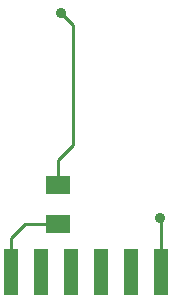
<source format=gbl>
G04 (created by PCBNEW (22-Jun-2014 BZR 4027)-stable) date Wed 26 Oct 2016 20:07:22 BST*
%MOIN*%
G04 Gerber Fmt 3.4, Leading zero omitted, Abs format*
%FSLAX34Y34*%
G01*
G70*
G90*
G04 APERTURE LIST*
%ADD10C,0.00590551*%
%ADD11R,0.08X0.06*%
%ADD12R,0.0472441X0.15748*%
%ADD13C,0.035*%
%ADD14C,0.01*%
G04 APERTURE END LIST*
G54D10*
G54D11*
X77600Y-54200D03*
X77600Y-52900D03*
G54D12*
X78050Y-55800D03*
X79050Y-55800D03*
X77050Y-55800D03*
X76050Y-55800D03*
X80050Y-55800D03*
X81050Y-55800D03*
G54D13*
X77700Y-47150D03*
X81000Y-54000D03*
G54D14*
X76050Y-55800D02*
X76050Y-54650D01*
X76500Y-54200D02*
X77600Y-54200D01*
X76050Y-54650D02*
X76500Y-54200D01*
X77600Y-52900D02*
X77600Y-52050D01*
X78100Y-47550D02*
X77700Y-47150D01*
X78100Y-51550D02*
X78100Y-47550D01*
X77600Y-52050D02*
X78100Y-51550D01*
X81050Y-54050D02*
X81050Y-55800D01*
X81000Y-54000D02*
X81050Y-54050D01*
M02*

</source>
